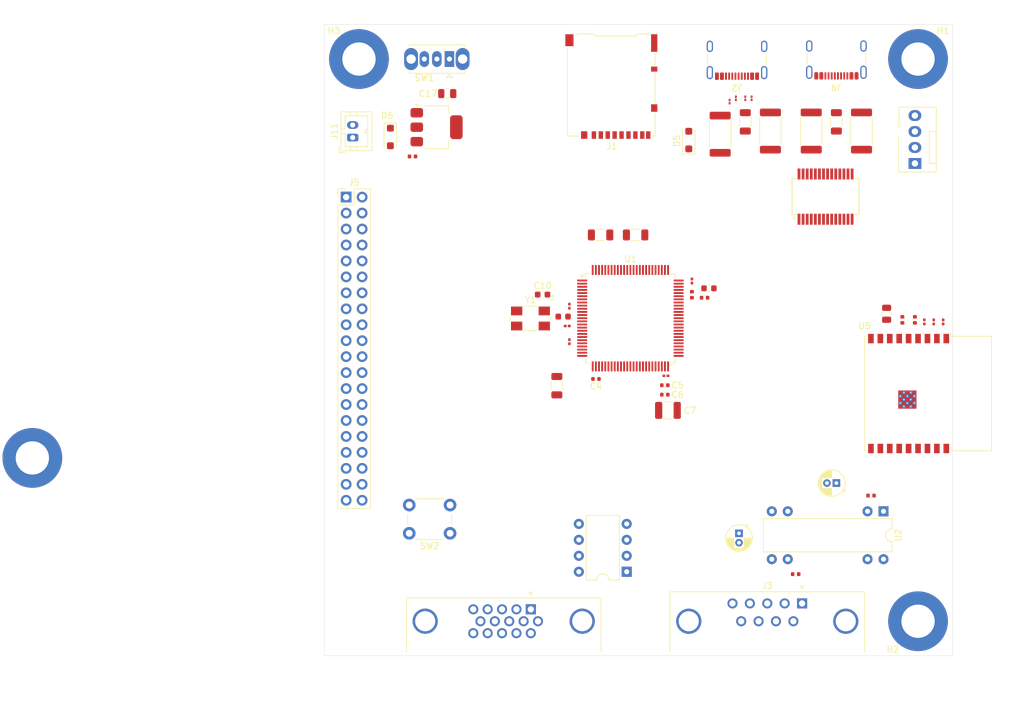
<source format=kicad_pcb>
(kicad_pcb (version 20240108) (generator "pcbnew") (generator_version "8.0")
  (layers (0 "F.Cu" signal) (1 "In1.Cu" signal) (2 "In2.Cu" signal) (31 "B.Cu" signal) (34 "B.Paste" user) (35 "F.Paste" user) (36 "B.SilkS" user "B.Silkscreen") (37 "F.SilkS" user "F.Silkscreen") (38 "B.Mask" user) (39 "F.Mask" user) (44 "Edge.Cuts" user))
  (net 0 "")
  (net 1 "GND")
  (net 2 "+3V3")
  (net 3 "Net-(C8-Pad2)")
  (net 4 "NRST")
  (net 5 "Net-(U1-PH0)")
  (net 6 "Net-(U1-PH1)")
  (net 7 "Net-(U2-C1-)")
  (net 8 "Net-(U2-C1+)")
  (net 9 "Net-(U5-VDD3P3_CPU)")
  (net 10 "V_INPUT")
  (net 11 "Net-(U3-VO)")
  (net 12 "Net-(U2-VS+)")
  (net 13 "Net-(U2-VS-)")
  (net 14 "Net-(U2-C2-)")
  (net 15 "Net-(U2-C2+)")
  (net 16 "USB_SDCARD DM")
  (net 17 "Net-(D1-A)")
  (net 18 "Net-(D2-A)")
  (net 19 "USB_SDCARD DP")
  (net 20 "Net-(D3-A)")
  (net 21 "VBUS")
  (net 22 "Net-(D6-A)")
  (net 24 "D3")
  (net 25 "D1")
  (net 26 "CMD")
  (net 27 "D2")
  (net 28 "D0")
  (net 29 "CLK")
  (net 30 "Net-(J2-CC2)")
  (net 31 "Net-(J2-CC1)")
  (net 33 "Net-(U2-T1OUT)")
  (net 37 "Net-(U2-R1IN)")
  (net 40 "SW_CLK")
  (net 41 "SWDIO")
  (net 42 "RS232_TX")
  (net 43 "CAN_TX")
  (net 44 "I2C_SDA")
  (net 45 "I2C4_SDA")
  (net 46 "UART_RX")
  (net 47 "GPIO_2")
  (net 48 "GPIO_5")
  (net 49 "GPIO_1")
  (net 51 "GPIO_8")
  (net 52 "UART_TX")
  (net 54 "MISO")
  (net 55 "GPIO_6")
  (net 56 "SPI2_MOSI")
  (net 57 "CAN_RX")
  (net 58 "SPI2_CS")
  (net 59 "I2C2_SCL")
  (net 62 "I2C3_SDA")
  (net 63 "ESP_UART_TX")
  (net 65 "GPIO_4")
  (net 66 "RS232_RX")
  (net 67 "I2C4_SCL")
  (net 68 "SPI_CS")
  (net 69 "ESP_UART_RX")
  (net 70 "SPI2_SCK")
  (net 71 "SPI_SCK")
  (net 72 "MOSI")
  (net 73 "GPIO_7")
  (net 74 "I2C_CLK")
  (net 75 "I2C2_SDA")
  (net 76 "I2C3_SCL")
  (net 77 "SPI2_MISO")
  (net 78 "GPIO_3")
  (net 81 "Net-(U4-CANH)")
  (net 83 "Net-(U4-CANL)")
  (net 85 "USB_COMM DM")
  (net 86 "USB_COMM DP")
  (net 87 "Net-(J9-CC1)")
  (net 88 "Net-(J9-CC2)")
  (net 89 "Net-(SW1-B)")
  (net 111 "USB-UART TX")
  (net 130 "USB-UART RX")
  (net 164 "Net-(Y1-Pad2)")
  (footprint "Resistor_SMD:R_2512_6332Metric" (layer "F.Cu") (at 171 66.9625 90)
    (property "Reference" "R1" (hide yes))
    (property "Value" "56k")
    (pad "1" smd roundrect (at -2.9625 0 90) (size 1.225 3.35) (layers "F.Cu" "F.Paste" "F.Mask") (roundrect_rratio 0.204082) (net 2 "+3V3"))
    (pad "2" smd roundrect (at 2.9625 0 90) (size 1.225 3.35) (layers "F.Cu" "F.Paste" "F.Mask") (roundrect_rratio 0.204082) (net 31 "Net-(J2-CC1)"))
  )
  (footprint "Capacitor_SMD:C_0402_1005Metric" (layer "F.Cu") (at 143.23 106.43 180)
    (property "Reference" "C4" (at 0 -1.16 0) (layer "F.SilkS"))
    (property "Value" "1u")
    (pad "1" smd roundrect (at -0.48 0 180) (size 0.56 0.62) (layers "F.Cu" "F.Paste" "F.Mask") (net 2 "+3V3"))
    (pad "2" smd roundrect (at 0.48 0 180) (size 0.56 0.62) (layers "F.Cu" "F.Paste" "F.Mask") (net 1 "GND"))
  )
  (footprint "Connector_USB:USB_C_Receptacle_GCT_USB4105-xx-A_16P_TopMnt_Horizontal" (layer "F.Cu") (at 181.5 54.5 180)
    (property "Reference" "J9" (at 0 -5.5 180) (layer "F.SilkS"))
    (property "Value" "USB_C_Receptacle_USB2.0_14P")
    (pad "" np_thru_hole circle (at -2.89 -2.605 180) (size 0.65 0.65) (drill 0.65) (layers "F&B.Cu" "*.Mask"))
    (pad "" np_thru_hole circle (at 2.89 -2.605 180) (size 0.65 0.65) (drill 0.65) (layers "F&B.Cu" "*.Mask"))
    (pad "A1" smd roundrect (at -3.2 -3.68 180) (size 0.6 1.15) (layers "F.Cu" "F.Paste" "F.Mask") (net 1 "GND"))
    (pad "A4" smd roundrect (at -2.4 -3.68 180) (size 0.6 1.15) (layers "F.Cu" "F.Paste" "F.Mask") (net 21 "VBUS"))
    (pad "A5" smd roundrect (at -1.25 -3.68 180) (size 0.3 1.15) (layers "F.Cu" "F.Paste" "F.Mask") (net 87 "Net-(J9-CC1)"))
    (pad "A6" smd roundrect (at -0.25 -3.68 180) (size 0.3 1.15) (layers "F.Cu" "F.Paste" "F.Mask") (net 86 "USB_COMM DP"))
    (pad "A7" smd roundrect (at 0.25 -3.68 180) (size 0.3 1.15) (layers "F.Cu" "F.Paste" "F.Mask") (net 85 "USB_COMM DM"))
    (pad "A8" smd roundrect (at 1.25 -3.68 180) (size 0.3 1.15) (layers "F.Cu" "F.Paste" "F.Mask"))
    (pad "A9" smd roundrect (at 2.4 -3.68 180) (size 0.6 1.15) (layers "F.Cu" "F.Paste" "F.Mask") (net 21 "VBUS"))
    (pad "A12" smd roundrect (at 3.2 -3.68 180) (size 0.6 1.15) (layers "F.Cu" "F.Paste" "F.Mask") (net 1 "GND"))
    (pad "B1" smd roundrect (at 3.2 -3.68 180) (size 0.6 1.15) (layers "F.Cu" "F.Paste" "F.Mask") (net 1 "GND"))
    (pad "B4" smd roundrect (at 2.4 -3.68 180) (size 0.6 1.15) (layers "F.Cu" "F.Paste" "F.Mask") (net 21 "VBUS"))
    (pad "B5" smd roundrect (at 1.75 -3.68 180) (size 0.3 1.15) (layers "F.Cu" "F.Paste" "F.Mask") (net 88 "Net-(J9-CC2)"))
    (pad "B6" smd roundrect (at 0.75 -3.68 180) (size 0.3 1.15) (layers "F.Cu" "F.Paste" "F.Mask") (net 86 "USB_COMM DP"))
    (pad "B7" smd roundrect (at -0.75 -3.68 180) (size 0.3 1.15) (layers "F.Cu" "F.Paste" "F.Mask") (net 85 "USB_COMM DM"))
    (pad "B8" smd roundrect (at -1.75 -3.68 180) (size 0.3 1.15) (layers "F.Cu" "F.Paste" "F.Mask"))
    (pad "B9" smd roundrect (at -2.4 -3.68 180) (size 0.6 1.15) (layers "F.Cu" "F.Paste" "F.Mask") (net 21 "VBUS"))
    (pad "B12" smd roundrect (at -3.2 -3.68 180) (size 0.6 1.15) (layers "F.Cu" "F.Paste" "F.Mask") (net 1 "GND"))
    (pad "S1" thru_hole oval (at -4.32 -3.105 180) (size 1 2.1) (drill oval 0.6 1.7) (layers "*.Cu" "*.Mask" "F.Paste") (net 1 "GND"))
    (pad "S1" thru_hole oval (at -4.32 1.075 180) (size 1 1.8) (drill oval 0.6 1.4) (layers "*.Cu" "*.Mask" "F.Paste") (net 1 "GND"))
    (pad "S1" thru_hole oval (at 4.32 -3.105 180) (size 1 2.1) (drill oval 0.6 1.7) (layers "*.Cu" "*.Mask" "F.Paste") (net 1 "GND"))
    (pad "S1" thru_hole oval (at 4.32 1.075 180) (size 1 1.8) (drill oval 0.6 1.4) (layers "*.Cu" "*.Mask" "F.Paste") (net 1 "GND"))
  )
  (footprint "Button_Switch_THT:SW_PUSH_6mm" (layer "F.Cu") (at 120 131 180)
    (property "Reference" "SW2" (at 3.25 -2 0) (layer "F.SilkS"))
    (property "Value" "SW_Push")
    (pad "1" thru_hole circle (at 0 0 270) (size 2 2) (drill 1.1) (layers "*.Cu" "*.Mask") (net 1 "GND"))
    (pad "1" thru_hole circle (at 6.5 0 270) (size 2 2) (drill 1.1) (layers "*.Cu" "*.Mask") (net 1 "GND"))
    (pad "2" thru_hole circle (at 0 4.5 270) (size 2 2) (drill 1.1) (layers "*.Cu" "*.Mask") (net 3 "Net-(C8-Pad2)"))
    (pad "2" thru_hole circle (at 6.5 4.5 270) (size 2 2) (drill 1.1) (layers "*.Cu" "*.Mask") (net 3 "Net-(C8-Pad2)"))
  )
  (footprint "MountingHole:MountingHole_5.3mm_M5_ISO7380_Pad_TopBottom" (layer "F.Cu") (at 105.5 55.5)
    (property "Reference" "H3" (at -4 -4.5 0) (layer "F.SilkS"))
    (property "Value" "MountingHole")
    (pad "1" thru_hole circle (at 0 0) (size 5.7 5.7) (drill 5.3) (layers "*.Cu" "*.Mask"))
    (pad "1" connect circle (at 0 0) (size 9.5 9.5) (layers "F.Cu" "F.Mask"))
    (pad "1" connect circle (at 0 0) (size 9.5 9.5) (layers "B.Cu" "B.Mask"))
  )
  (footprint "Connector_Dsub:DSUB-9_Female_Horizontal_P2.77x2.84mm_EdgePinOffset4.94mm_Housed_MountingHolesOffset4.94mm" (layer "F.Cu") (at 176.04 142.16)
    (property "Reference" "J3" (at -5.54 -2.8 0) (layer "F.SilkS"))
    (property "Value" "DE9_Plug")
    (pad "0" thru_hole circle (at -18.04 2.84) (size 4 4) (drill 3.2) (layers "*.Cu" "*.Mask"))
    (pad "0" thru_hole circle (at 6.96 2.84) (size 4 4) (drill 3.2) (layers "*.Cu" "*.Mask"))
    (pad "1" thru_hole rect (at 0 0) (size 1.6 1.6) (drill 1) (layers "*.Cu" "*.Mask"))
    (pad "2" thru_hole circle (at -2.77 0) (size 1.6 1.6) (drill 1) (layers "*.Cu" "*.Mask") (net 33 "Net-(U2-T1OUT)"))
    (pad "3" thru_hole circle (at -5.54 0) (size 1.6 1.6) (drill 1) (layers "*.Cu" "*.Mask") (net 37 "Net-(U2-R1IN)"))
    (pad "4" thru_hole circle (at -8.31 0) (size 1.6 1.6) (drill 1) (layers "*.Cu" "*.Mask"))
    (pad "5" thru_hole circle (at -11.08 0) (size 1.6 1.6) (drill 1) (layers "*.Cu" "*.Mask") (net 1 "GND"))
    (pad "6" thru_hole circle (at -1.385 2.84) (size 1.6 1.6) (drill 1) (layers "*.Cu" "*.Mask"))
    (pad "7" thru_hole circle (at -4.155 2.84) (size 1.6 1.6) (drill 1) (layers "*.Cu" "*.Mask"))
    (pad "8" thru_hole circle (at -6.925 2.84) (size 1.6 1.6) (drill 1) (layers "*.Cu" "*.Mask"))
    (pad "9" thru_hole circle (at -9.695 2.84) (size 1.6 1.6) (drill 1) (layers "*.Cu" "*.Mask"))
  )
  (footprint "Package_DIP:DIP-8_W7.62mm" (layer "F.Cu") (at 148.12 137.12 180)
    (property "Reference" "U4" (hide yes))
    (property "Value" "MCP2561-E-P")
    (pad "1" thru_hole rect (at 0 0 180) (size 1.6 1.6) (drill 0.8) (layers "*.Cu" "*.Mask") (net 57 "CAN_RX"))
    (pad "2" thru_hole oval (at 0 2.54 180) (size 1.6 1.6) (drill 0.8) (layers "*.Cu" "*.Mask") (net 1 "GND"))
    (pad "3" thru_hole oval (at 0 5.08 180) (size 1.6 1.6) (drill 0.8) (layers "*.Cu" "*.Mask") (net 2 "+3V3"))
    (pad "4" thru_hole oval (at 0 7.62 180) (size 1.6 1.6) (drill 0.8) (layers "*.Cu" "*.Mask") (net 43 "CAN_TX"))
    (pad "5" thru_hole oval (at 7.62 7.62 180) (size 1.6 1.6) (drill 0.8) (layers "*.Cu" "*.Mask"))
    (pad "6" thru_hole oval (at 7.62 5.08 180) (size 1.6 1.6) (drill 0.8) (layers "*.Cu" "*.Mask") (net 83 "Net-(U4-CANL)"))
    (pad "7" thru_hole oval (at 7.62 2.54 180) (size 1.6 1.6) (drill 0.8) (layers "*.Cu" "*.Mask") (net 81 "Net-(U4-CANH)"))
    (pad "8" thru_hole oval (at 7.62 0 180) (size 1.6 1.6) (drill 0.8) (layers "*.Cu" "*.Mask"))
  )
  (footprint "Capacitor_SMD:C_0402_1005Metric" (layer "F.Cu") (at 158.5 93.02 -90)
    (property "Reference" "C14" (hide yes))
    (property "Value" "1u")
    (pad "1" smd roundrect (at -0.48 0 270) (size 0.56 0.62) (layers "F.Cu" "F.Paste" "F.Mask") (net 2 "+3V3"))
    (pad "2" smd roundrect (at 0.48 0 270) (size 0.56 0.62) (layers "F.Cu" "F.Paste" "F.Mask") (net 1 "GND"))
  )
  (footprint "Capacitor_SMD:C_0402_1005Metric" (layer "F.Cu") (at 194 97.02 -90)
    (property "Reference" "C24" (hide yes))
    (property "Value" "1u")
    (pad "1" smd roundrect (at -0.48 0 270) (size 0.56 0.62) (layers "F.Cu" "F.Paste" "F.Mask") (net 2 "+3V3"))
    (pad "2" smd roundrect (at 0.48 0 270) (size 0.56 0.62) (layers "F.Cu" "F.Paste" "F.Mask") (net 9 "Net-(U5-VDD3P3_CPU)"))
  )
  (footprint "Button_Switch_THT:SW_Slide_SPDT_Straight_CK_OS102011MS2Q" (layer "F.Cu") (at 119.9 55.5 180)
    (property "Reference" "SW1" (at 3.99 -2.99 0) (layer "F.SilkS"))
    (property "Value" "SW_SPDT")
    (pad "" thru_hole oval (at -2.1 0 180) (size 2.2 3.5) (drill 1.5) (layers "*.Cu" "*.Mask"))
    (pad "" thru_hole oval (at 6.1 0 180) (size 2.2 3.5) (drill 1.5) (layers "*.Cu" "*.Mask"))
    (pad "1" thru_hole rect (at 0 0 180) (size 1.5 2.5) (drill 0.8) (layers "*.Cu" "*.Mask") (net 1 "GND"))
    (pad "2" thru_hole oval (at 2 0 180) (size 1.5 2.5) (drill 0.8) (layers "*.Cu" "*.Mask") (net 89 "Net-(SW1-B)"))
    (pad "3" thru_hole oval (at 4 0 180) (size 1.5 2.5) (drill 0.8) (layers "*.Cu" "*.Mask") (net 2 "+3V3"))
  )
  (footprint "Capacitor_SMD:C_0402_1005Metric" (layer "F.Cu") (at 192 97.02 -90)
    (property "Reference" "C25" (hide yes))
    (property "Value" "1u")
    (pad "1" smd roundrect (at -0.48 0 270) (size 0.56 0.62) (layers "F.Cu" "F.Paste" "F.Mask") (net 2 "+3V3"))
    (pad "2" smd roundrect (at 0.48 0 270) (size 0.56 0.62) (layers "F.Cu" "F.Paste" "F.Mask") (net 9 "Net-(U5-VDD3P3_CPU)"))
  )
  (footprint "Package_SO:SSOP-28_5.3x10.2mm_P0.65mm" (layer "F.Cu") (at 179.775 77.4 90)
    (property "Reference" "U6" (hide yes))
    (property "Value" "FT232RL")
    (pad "1" smd rect (at -3.6 -4.225 90) (size 1.75 0.45) (layers "F.Cu" "F.Paste" "F.Mask") (net 130 "USB-UART RX"))
    (pad "2" smd rect (at -3.6 -3.575 90) (size 1.75 0.45) (layers "F.Cu" "F.Paste" "F.Mask"))
    (pad "3" smd rect (at -3.6 -2.925 90) (size 1.75 0.45) (layers "F.Cu" "F.Paste" "F.Mask"))
    (pad "4" smd rect (at -3.6 -2.275 90) (size 1.75 0.45) (layers "F.Cu" "F.Paste" "F.Mask") (net 2 "+3V3"))
    (pad "5" smd rect (at -3.6 -1.625 90) (size 1.75 0.45) (layers "F.Cu" "F.Paste" "F.Mask") (net 111 "USB-UART TX"))
    (pad "6" smd rect (at -3.6 -0.975 90) (size 1.75 0.45) (layers "F.Cu" "F.Paste" "F.Mask"))
    (pad "7" smd rect (at -3.6 -0.325 90) (size 1.75 0.45) (layers "F.Cu" "F.Paste" "F.Mask") (net 1 "GND"))
    (pad "8" smd rect (at -3.6 0.325 90) (size 1.75 0.45) (layers "F.Cu" "F.Paste" "F.Mask"))
    (pad "9" smd rect (at -3.6 0.975 90) (size 1.75 0.45) (layers "F.Cu" "F.Paste" "F.Mask"))
    (pad "10" smd rect (at -3.6 1.625 90) (size 1.75 0.45) (layers "F.Cu" "F.Paste" "F.Mask"))
    (pad "11" smd rect (at -3.6 2.275 90) (size 1.75 0.45) (layers "F.Cu" "F.Paste" "F.Mask"))
    (pad "12" smd rect (at -3.6 2.925 90) (size 1.75 0.45) (layers "F.Cu" "F.Paste" "F.Mask"))
    (pad "13" smd rect (at -3.6 3.575 90) (size 1.75 0.45) (layers "F.Cu" "F.Paste" "F.Mask"))
    (pad "14" smd rect (at -3.6 4.225 90) (size 1.75 0.45) (layers "F.Cu" "F.Paste" "F.Mask"))
    (pad "15" smd rect (at 3.6 4.225 90) (size 1.75 0.45) (layers "F.Cu" "F.Paste" "F.Mask") (net 86 "USB_COMM DP"))
    (pad "16" smd rect (at 3.6 3.575 90) (size 1.75 0.45) (layers "F.Cu" "F.Paste" "F.Mask") (net 85 "USB_COMM DM"))
    (pad "17" smd rect (at 3.6 2.925 90) (size 1.75 0.45) (layers "F.Cu" "F.Paste" "F.Mask"))
    (pad "18" smd rect (at 3.6 2.275 90) (size 1.75 0.45) (layers "F.Cu" "F.Paste" "F.Mask") (net 1 "GND"))
    (pad "19" smd rect (at 3.6 1.625 90) (size 1.75 0.45) (layers "F.Cu" "F.Paste" "F.Mask"))
    (pad "20" smd rect (at 3.6 0.975 90) (size 1.75 0.45) (layers "F.Cu" "F.Paste" "F.Mask") (net 2 "+3V3"))
    (pad "21" smd rect (at 3.6 0.325 90) (size 1.75 0.45) (layers "F.Cu" "F.Paste" "F.Mask") (net 1 "GND"))
    (pad "22" smd rect (at 3.6 -0.325 90) (size 1.75 0.45) (layers "F.Cu" "F.Paste" "F.Mask"))
    (pad "23" smd rect (at 3.6 -0.975 90) (size 1.75 0.45) (layers "F.Cu" "F.Paste" "F.Mask"))
    (pad "24" smd rect (at 3.6 -1.625 90) (size 1.75 0.45) (layers "F.Cu" "F.Paste" "F.Mask"))
    (pad "25" smd rect (at 3.6 -2.275 90) (size 1.75 0.45) (layers "F.Cu" "F.Paste" "F.Mask") (net 1 "GND"))
    (pad "26" smd rect (at 3.6 -2.925 90) (size 1.75 0.45) (layers "F.Cu" "F.Paste" "F.Mask") (net 1 "GND"))
    (pad "27" smd rect (at 3.6 -3.575 90) (size 1.75 0.45) (layers "F.Cu" "F.Paste" "F.Mask"))
    (pad "28" smd rect (at 3.6 -4.225 90) (size 1.75 0.45) (layers "F.Cu" "F.Paste" "F.Mask"))
  )
  (footprint "Crystal:Crystal_SMD_0603-4Pin_6.0x3.5mm" (layer "F.Cu") (at 132.8 96.8)
    (property "Reference" "Y1" (at 0 -2.95 0) (layer "F.SilkS"))
    (property "Value" "Crystal_GND24")
    (pad "1" smd rect (at -2.2 1.2) (size 1.8 1.4) (layers "F.Cu" "F.Paste" "F.Mask") (net 5 "Net-(U1-PH0)"))
    (pad "2" smd rect (at 2.2 1.2) (size 1.8 1.4) (layers "F.Cu" "F.Paste" "F.Mask") (net 164 "Net-(Y1-Pad2)"))
    (pad "3" smd rect (at 2.2 -1.2) (size 1.8 1.4) (layers "F.Cu" "F.Paste" "F.Mask") (net 6 "Net-(U1-PH1)"))
    (pad "4" smd rect (at -2.2 -1.2) (size 1.8 1.4) (layers "F.Cu" "F.Paste" "F.Mask") (net 164 "Net-(Y1-Pad2)"))
  )
  (footprint "Diode_SMD:D_01005_0402Metric" (layer "F.Cu") (at 165.5 61.75 90)
    (property "Reference" "D1" (hide yes))
    (property "Value" "D")
    (pad "1" smd roundrect (at -0.25 0 90) (size 0.4 0.3) (layers "F.Cu" "F.Mask") (net 16 "USB_SDCARD DM"))
    (pad "2" smd roundrect (at 0.25 0 90) (size 0.4 0.3) (layers "F.Cu" "F.Mask") (net 17 "Net-(D1-A)"))
  )
  (footprint "RF_Module:ESP32-C3-WROOM-02" (layer "F.Cu") (at 193 108.75 -90)
    (property "Reference" "U5" (at -10.75 7 0) (layer "F.SilkS"))
    (property "Value" "ESP32-C3")
    (pad "1" smd rect (at -8.75 -6 270) (size 1.5 0.9) (layers "F.Cu" "F.Paste" "F.Mask"))
    (pad "2" smd rect (at -8.75 -4.5 270) (size 1.5 0.9) (layers "F.Cu" "F.Paste" "F.Mask") (net 9 "Net-(U5-VDD3P3_CPU)"))
    (pad "3" smd rect (at -8.75 -3 270) (size 1.5 0.9) (layers "F.Cu" "F.Paste" "F.Mask") (net 9 "Net-(U5-VDD3P3_CPU)"))
    (pad "4" smd rect (at -8.75 -1.5 270) (size 1.5 0.9) (layers "F.Cu" "F.Paste" "F.Mask"))
    (pad "5" smd rect (at -8.75 0 270) (size 1.5 0.9) (layers "F.Cu" "F.Paste" "F.Mask"))
    (pad "6" smd rect (at -8.75 1.5 270) (size 1.5 0.9) (layers "F.Cu" "F.Paste" "F.Mask"))
    (pad "7" smd rect (at -8.75 3 270) (size 1.5 0.9) (layers "F.Cu" "F.Paste" "F.Mask"))
    (pad "8" smd rect (at -8.75 4.5 270) (size 1.5 0.9) (layers "F.Cu" "F.Paste" "F.Mask"))
    (pad "9" smd rect (at -8.75 6 270) (size 1.5 0.9) (layers "F.Cu" "F.Paste" "F.Mask"))
    (pad "10" smd rect (at 8.75 6 270) (size 1.5 0.9) (layers "F.Cu" "F.Paste" "F.Mask"))
    (pad "11" smd rect (at 8.75 4.5 270) (size 1.5 0.9) (layers "F.Cu" "F.Paste" "F.Mask") (net 9 "Net-(U5-VDD3P3_CPU)"))
    (pad "12" smd rect (at 8.75 3 270) (size 1.5 0.9) (layers "F.Cu" "F.Paste" "F.Mask"))
    (pad "13" smd rect (at 8.75 1.5 270) (size 1.5 0.9) (layers "F.Cu" "F.Paste" "F.Mask"))
    (pad "14" smd rect (at 8.75 0 270) (size 1.5 0.9) (layers "F.Cu" "F.Paste" "F.Mask"))
    (pad "15" smd rect (at 8.75 -1.5 270) (size 1.5 0.9) (layers "F.Cu" "F.Paste" "F.Mask"))
    (pad "16" smd rect (at 8.75 -3 270) (size 1.5 0.9) (layers "F.Cu" "F.Paste" "F.Mask"))
    (pad "17" smd rect (at 8.75 -4.5 270) (size 1.5 0.9) (layers "F.Cu" "F.Paste" "F.Mask") (net 9 "Net-(U5-VDD3P3_CPU)"))
    (pad "18" smd rect (at 8.75 -6 270) (size 1.5 0.9) (layers "F.Cu" "F.Paste" "F.Mask") (net 9 "Net-(U5-VDD3P3_CPU)"))
    (pad "19" thru_hole circle (at -0.14 -0.35 270) (size 0.6 0.6) (drill 0.2) (property pad_prop_heatsink) (layers "*.Cu" "F.Mask"))
    (pad "19" thru_hole circle (at -0.14 0.75 270) (size 0.6 0.6) (drill 0.2) (property pad_prop_heatsink) (layers "*.Cu" "F.Mask"))
    (pad "19" thru_hole circle (at 0.41 -0.9 270) (size 0.6 0.6) (drill 0.2) (property pad_prop_heatsink) (layers "*.Cu" "F.Mask"))
    (pad "19" thru_hole circle (at 0.41 0.2 270) (size 0.6 0.6) (drill 0.2) (property pad_prop_heatsink) (layers "*.Cu" "F.Mask"))
    (pad "19" thru_hole circle (at 0.41 1.3 270) (size 0.6 0.6) (drill 0.2) (property pad_prop_heatsink) (layers "*.Cu" "F.Mask"))
    (pad "19" thru_hole circle (at 0.96 -0.35 270) (size 0.6 0.6) (drill 0.2) (property pad_prop_heatsink) (layers "*.Cu" "F.Mask"))
    (pad "19" smd rect (at 0.96 0.2 270) (size 2.9 2.9) (layers "F.Cu" "F.Mask"))
    (pad "19" thru_hole circle (at 0.96 0.75 270) (size 0.6 0.6) (drill 0.2) (property pad_prop_heatsink) (layers "*.Cu" "F.Mask"))
    (pad "19" thru_hole circle (at 1.51 -0.9 270) (size 0.6 0.6) (drill 0.2) (property pad_prop_heatsink) (layers "*.Cu" "F.Mask"))
    (pad "19" thru_hole circle (at 1.51 0.2 270) (size 0.6 0.6) (drill 0.2) (property pad_prop_heatsink) (layers "*.Cu" "F.Mask"))
    (pad "19" thru_hole circle (at 1.51 1.3 270) (size 0.6 0.6) (drill 0.2) (property pad_prop_heatsink) (layers "*.Cu" "F.Mask"))
    (pad "19" thru_hole circle (at 2.06 -0.35 270) (size 0.6 0.6) (drill 0.2) (property pad_prop_heatsink) (layers "*.Cu" "F.Mask"))
    (pad "19" thru_hole circle (at 2.06 0.75 270) (size 0.6 0.6) (drill 0.2) (property pad_prop_heatsink) (layers "*.Cu" "F.Mask"))
  )
  (footprint "Resistor_SMD:R_2512_6332Metric" (layer "F.Cu") (at 177.5 66.9625 90)
    (property "Reference" "R7" (hide yes))
    (property "Value" "56k")
    (pad "1" smd roundrect (at -2.9625 0 90) (size 1.225 3.35) (layers "F.Cu" "F.Paste" "F.Mask") (roundrect_rratio 0.204082) (net 2 "+3V3"))
    (pad "2" smd roundrect (at 2.9625 0 90) (size 1.225 3.35) (layers "F.Cu" "F.Paste" "F.Mask") (roundrect_rratio 0.204082) (net 88 "Net-(J9-CC2)"))
  )
  (footprint "Inductor_SMD:L_0603_1608Metric" (layer "F.Cu") (at 161.2125 92)
    (property "Reference" "FB1" (hide yes))
    (property "Value" "FerriteBead")
    (pad "1" smd roundrect (at -0.7875 0) (size 0.875 0.95) (layers "F.Cu" "F.Paste" "F.Mask") (net 2 "+3V3"))
    (pad "2" smd roundrect (at 0.7875 0) (size 0.875 0.95) (layers "F.Cu" "F.Paste" "F.Mask") (net 2 "+3V3"))
  )
  (footprint "Package_QFP:LQFP-100_14x14mm_P0.5mm" (layer "F.Cu") (at 148.71 96.755)
    (property "Reference" "U1" (at 0 -9.42 0) (layer "F.SilkS"))
    (property "Value" "STM32H743VITx")
    (pad "1" smd roundrect (at -7.675 -6) (size 1.6 0.3) (layers "F.Cu" "F.Paste" "F.Mask") (net 70 "SPI2_SCK"))
    (pad "2" smd roundrect (at -7.675 -5.5) (size 1.6 0.3) (layers "F.Cu" "F.Paste" "F.Mask") (net 58 "SPI2_CS"))
    (pad "3" smd roundrect (at -7.675 -5) (size 1.6 0.3) (layers "F.Cu" "F.Paste" "F.Mask"))
    (pad "4" smd roundrect (at -7.675 -4.5) (size 1.6 0.3) (layers "F.Cu" "F.Paste" "F.Mask") (net 77 "SPI2_MISO"))
    (pad "5" smd roundrect (at -7.675 -4) (size 1.6 0.3) (layers "F.Cu" "F.Paste" "F.Mask") (net 56 "SPI2_MOSI"))
    (pad "6" smd roundrect (at -7.675 -3.5) (size 1.6 0.3) (layers "F.Cu" "F.Paste" "F.Mask") (net 2 "+3V3"))
    (pad "7" smd roundrect (at -7.675 -3) (size 1.6 0.3) (layers "F.Cu" "F.Paste" "F.Mask"))
    (pad "8" smd roundrect (at -7.675 -2.5) (size 1.6 0.3) (layers "F.Cu" "F.Paste" "F.Mask"))
    (pad "9" smd roundrect (at -7.675 -2) (size 1.6 0.3) (layers "F.Cu" "F.Paste" "F.Mask"))
    (pad "10" smd roundrect (at -7.675 -1.5) (size 1.6 0.3) (layers "F.Cu" "F.Paste" "F.Mask") (net 1 "GND"))
    (pad "11" smd roundrect (at -7.675 -1) (size 1.6 0.3) (layers "F.Cu" "F.Paste" "F.Mask") (net 2 "+3V3"))
    (pad "12" smd roundrect (at -7.675 -0.5) (size 1.6 0.3) (layers "F.Cu" "F.Paste" "F.Mask") (net 5 "Net-(U1-PH0)"))
    (pad "13" smd roundrect (at -7.675 0) (size 1.6 0.3) (layers "F.Cu" "F.Paste" "F.Mask") (net 6 "Net-(U1-PH1)"))
    (pad "14" smd roundrect (at -7.675 0.5) (size 1.6 0.3) (layers "F.Cu" "F.Paste" "F.Mask") (net 4 "NRST"))
    (pad "15" smd roundrect (at -7.675 1) (size 1.6 0.3) (layers "F.Cu" "F.Paste" "F.Mask"))
    (pad "16" smd roundrect (at -7.675 1.5) (size 1.6 0.3) (layers "F.Cu" "F.Paste" "F.Mask") (net 29 "CLK"))
    (pad "17" smd roundrect (at -7.675 2) (size 1.6 0.3) (layers "F.Cu" "F.Paste" "F.Mask"))
    (pad "18" smd roundrect (at -7.675 2.5) (size 1.6 0.3) (layers "F.Cu" "F.Paste" "F.Mask"))
    (pad "19" smd roundrect (at -7.675 3) (size 1.6 0.3) (layers "F.Cu" "F.Paste" "F.Mask") (net 1 "GND"))
    (pad "20" smd roundrect (at -7.675 3.5) (size 1.6 0.3) (layers "F.Cu" "F.Paste" "F.Mask"))
    (pad "21" smd roundrect (at -7.675 4) (size 1.6 0.3) (layers "F.Cu" "F.Paste" "F.Mask") (net 2 "+3V3"))
    (pad "22" smd roundrect (at -7.675 4.5) (size 1.6 0.3) (layers "F.Cu" "F.Paste" "F.Mask") (net 26 "CMD"))
    (pad "23" smd roundrect (at -7.675 5) (size 1.6 0.3) (layers "F.Cu" "F.Paste" "F.Mask"))
    (pad "24" smd roundrect (at -7.675 5.5) (size 1.6 0.3) (layers "F.Cu" "F.Paste" "F.Mask") (net 52 "UART_TX"))
    (pad "25" smd roundrect (at -7.675 6) (size 1.6 0.3) (layers "F.Cu" "F.Paste" "F.Mask") (net 46 "UART_RX"))
    (pad "26" smd roundrect (at -6 7.675) (size 0.3 1.6) (layers "F.Cu" "F.Paste" "F.Mask") (net 1 "GND"))
    (pad "27" smd roundrect (at -5.5 7.675) (size 0.3 1.6) (layers "F.Cu" "F.Paste" "F.Mask") (net 2 "+3V3"))
    (pad "28" smd roundrect (at -5 7.675) (size 0.3 1.6) (layers "F.Cu" "F.Paste" "F.Mask") (net 68 "SPI_CS"))
    (pad "29" smd roundrect (at -4.5 7.675) (size 0.3 1.6) (layers "F.Cu" "F.Paste" "F.Mask") (net 71 "SPI_SCK"))
    (pad "30" smd roundrect (at -4 7.675) (size 0.3 1.6) (layers "F.Cu" "F.Paste" "F.Mask") (net 54 "MISO"))
    (pad "31" smd roundrect (at -3.5 7.675) (size 0.3 1.6) (layers "F.Cu" "F.Paste" "F.Mask") (net 72 "MOSI"))
    (pad "32" smd roundrect (at -3 7.675) (size 0.3 1.6) (layers "F.Cu" "F.Paste" "F.Mask"))
    (pad "33" smd roundrect (at -2.5 7.675) (size 0.3 1.6) (layers "F.Cu" "F.Paste" "F.Mask"))
    (pad "34" smd roundrect (at -2 7.675) (size 0.3 1.6) (layers "F.Cu" "F.Paste" "F.Mask"))
    (pad "35" smd roundrect (at -1.5 7.675) (size 0.3 1.6) (layers "F.Cu" "F.Paste" "F.Mask"))
    (pad "36" smd roundrect (at -1 7.675) (size 0.3 1.6) (layers "F.Cu" "F.Paste" "F.Mask"))
    (pad "37" smd roundrect (at -0.5 7.675) (size 0.3 1.6) (layers "F.Cu" "F.Paste" "F.Mask") (net 69 "ESP_UART_RX"))
    (pad "38" smd roundrect (at 0 7.675) (size 0.3 1.6) (layers "F.Cu" "F.Paste" "F.Mask") (net 63 "ESP_UART_TX"))
    (pad "39" smd roundrect (at 0.5 7.675) (size 0.3 1.6) (layers "F.Cu" "F.Paste" "F.Mask"))
    (pad "40" smd roundrect (at 1 7.675) (size 0.3 1.6) (layers "F.Cu" "F.Paste" "F.Mask") (net 49 "GPIO_1"))
    (pad "41" smd roundrect (at 1.5 7.675) (size 0.3 1.6) (layers "F.Cu" "F.Paste" "F.Mask") (net 47 "GPIO_2"))
    (pad "42" smd roundrect (at 2 7.675) (size 0.3 1.6) (layers "F.Cu" "F.Paste" "F.Mask") (net 78 "GPIO_3"))
    (pad "43" smd roundrect (at 2.5 7.675) (size 0.3 1.6) (layers "F.Cu" "F.Paste" "F.Mask") (net 65 "GPIO_4"))
    (pad "44" smd roundrect (at 3 7.675) (size 0.3 1.6) (layers "F.Cu" "F.Paste" "F.Mask") (net 48 "GPIO_5"))
    (pad "45" smd roundrect (at 3.5 7.675) (size 0.3 1.6) (layers "F.Cu" "F.Paste" "F.Mask") (net 55 "GPIO_6"))
    (pad "46" smd roundrect (at 4 7.675) (size 0.3 1.6) (layers "F.Cu" "F.Paste" "F.Mask") (net 59 "I2C2_SCL"))
    (pad "47" smd roundrect (at 4.5 7.675) (size 0.3 1.6) (layers "F.Cu" "F.Paste" "F.Mask") (net 75 "I2C2_SDA"))
    (pad "48" smd roundrect (at 5 7.675) (size 0.3 1.6) (layers "F.Cu" "F.Paste" "F.Mask"))
    (pad "49" smd roundrect (at 5.5 7.675) (size 0.3 1.6) (layers "F.Cu" "F.Paste" "F.Mask") (net 1 "GND"))
    (pad "50" smd roundrect (at 6 7.675) (size 0.3 1.6) (layers "F.Cu" "F.Paste" "F.Mask") (net 2 "+3V3"))
    (pad "51" smd roundrect (at 7.675 6) (size 1.6 0.3) (layers "F.Cu" "F.Paste" "F.Mask") (net 57 "CAN_RX"))
    (pad "52" smd roundrect (at 7.675 5.5) (size 1.6 0.3) (layers "F.Cu" "F.Paste" "F.Mask") (net 43 "CAN_TX"))
    (pad "53" smd roundrect (at 7.675 5) (size 1.6 0.3) (layers "F.Cu" "F.Paste" "F.Mask") (net 28 "D0"))
    (pad "54" smd roundrect (at 7.675 4.5) (size 1.6 0.3) (layers "F.Cu" "F.Paste" "F.Mask") (net 25 "D1"))
    (pad "55" smd roundrect (at 7.675 4) (size 1.6 0.3) (layers "F.Cu" "F.Paste" "F.Mask"))
    (pad "56" smd roundrect (at 7.675 3.5) (size 1.6 0.3) (layers "F.Cu" "F.Paste" "F.Mask"))
    (pad "57" smd roundrect (at 7.675 3) (size 1.6 0.3) (layers "F.Cu" "F.Paste" "F.Mask"))
    (pad "58" smd roundrect (at 7.675 2.5) (size 1.6 0.3) (layers "F.Cu" "F.Paste" "F.Mask"))
    (pad "59" smd roundrect (at 7.675 2) (size 1.6 0.3) (layers "F.Cu" "F.Paste" "F.Mask") (net 67 "I2C4_SCL"))
    (pad "60" smd roundrect (at 7.675 1.5) (size 1.6 0.3) (layers "F.Cu" "F.Paste" "F.Mask") (net 45 "I2C4_SDA"))
    (pad "61" smd roundrect (at 7.675 1) (size 1.6 0.3) (layers "F.Cu" "F.Paste" "F.Mask"))
    (pad "62" smd roundrect (at 7.675 0.5) (size 1.6 0.3) (layers "F.Cu" "F.Paste" "F.Mask"))
    (pad "63" smd roundrect (at 7.675 0) (size 1.6 0.3) (layers "F.Cu" "F.Paste" "F.Mask"))
    (pad "64" smd roundrect (at 7.675 -0.5) (size 1.6 0.3) (layers "F.Cu" "F.Paste" "F.Mask"))
    (pad "65" smd roundrect (at 7.675 -1) (size 1.6 0.3) (layers "F.Cu" "F.Paste" "F.Mask"))
    (pad "66" smd roundrect (at 7.675 -1.5) (size 1.6 0.3) (layers "F.Cu" "F.Paste" "F.Mask") (net 62 "I2C3_SDA"))
    (pad "67" smd roundrect (at 7.675 -2) (size 1.6 0.3) (layers "F.Cu" "F.Paste" "F.Mask") (net 76 "I2C3_SCL"))
    (pad "68" smd roundrect (at 7.675 -2.5) (size 1.6 0.3) (layers "F.Cu" "F.Paste" "F.Mask"))
    (pad "69" smd roundrect (at 7.675 -3) (size 1.6 0.3) (layers "F.Cu" "F.Paste" "F.Mask"))
    (pad "70" smd roundrect (at 7.675 -3.5) (size 1.6 0.3) (layers "F.Cu" "F.Paste" "F.Mask") (net 16 "USB_SDCARD DM"))
    (pad "71" smd roundrect (at 7.675 -4) (size 1.6 0.3) (layers "F.Cu" "F.Paste" "F.Mask") (net 19 "USB_SDCARD DP"))
    (pad "72" smd roundrect (at 7.675 -4.5) (size 1.6 0.3) (layers "F.Cu" "F.Paste" "F.Mask") (net 41 "SWDIO"))
    (pad "73" smd roundrect (at 7.675 -5) (size 1.6 0.3) (layers "F.Cu" "F.Paste" "F.Mask"))
    (pad "74" smd roundrect (at 7.675 -5.5) (size 1.6 0.3) (layers "F.Cu" "F.Paste" "F.Mask") (net 1 "GND"))
    (pad "75" smd roundrect (at 7.675 -6) (size 1.6 0.3) (layers "F.Cu" "F.Paste" "F.Mask") (net 2 "+3V3"))
    (pad "76" smd roundrect (at 6 -7.675) (size 0.3 1.6) (layers "F.Cu" "F.Paste" "F.Mask") (net 40 "SW_CLK"))
    (pad "77" smd roundrect (at 5.5 -7.675) (size 0.3 1.6) (layers "F.Cu" "F.Paste" "F.Mask"))
    (pad "78" smd roundrect (at 5 -7.675) (size 0.3 1.6) (layers "F.Cu" "F.Paste" "F.Mask"))
    (pad "79" smd roundrect (at 4.5 -7.675) (size 0.3 1.6) (layers "F.Cu" "F.Paste" "F.Mask"))
    (pad "80" smd roundrect (at 4 -7.675) (size 0.3 1.6) (layers "F.Cu" "F.Paste" "F.Mask") (net 42 "RS232_TX"))
    (pad "81" smd roundrect (at 3.5 -7.675) (size 0.3 1.6) (layers "F.Cu" "F.Paste" "F.Mask") (net 73 "GPIO_7"))
    (pad "82" smd roundrect (at 3 -7.675) (size 0.3 1.6) (layers "F.Cu" "F.Paste" "F.Mask") (net 51 "GPIO_8"))
    (pad "83" smd roundrect (at 2.5 -7.675) (size 0.3 1.6) (layers "F.Cu" "F.Paste" "F.Mask") (net 66 "RS232_RX"))
    (pad "84" smd roundrect (at 2 -7.675) (size 0.3 1.6) (layers "F.Cu" "F.Paste" "F.Mask"))
    (pad "85" smd roundrect (at 1.5 -7.675) (size 0.3 1.6) (layers "F.Cu" "F.Paste" "F.Mask"))
    (pad "86" smd roundrect (at 1 -7.675) (size 0.3 1.6) (layers "F.Cu" "F.Paste" "F.Mask"))
    (pad "87" smd roundrect (at 0.5 -7.675) (size 0.3 1.6) (layers "F.Cu" "F.Paste" "F.Mask"))
    (pad "88" smd roundrect (at 0 -7.675) (size 0.3 1.6) (layers "F.Cu" "F.Paste" "F.Mask"))
    (pad "89" smd roundrect (at -0.5 -7.675) (size 0.3 1.6) (layers "F.Cu" "F.Paste" "F.Mask") (net 27 "D2"))
    (pad "90" smd roundrect (at -1 -7.675) (size 0.3 1.6) (layers "F.Cu" "F.Paste" "F.Mask") (net 24 "D3"))
    (pad "91" smd roundrect (at -1.5 -7.675) (size 0.3 1.6) (layers "F.Cu" "F.Paste" "F.Mask"))
    (pad "92" smd roundrect (at -2 -7.675) (size 0.3 1.6) (layers "F.Cu" "F.Paste" "F.Mask") (net 74 "I2C_CLK"))
    (pad "93" smd roundrect (at -2.5 -7.675) (size 0.3 1.6) (layers "F.Cu" "F.Paste" "F.Mask") (net 44 "I2C_SDA"))
    (pad "94" smd roundrect (at -3 -7.675) (size 0.3 1.6) (layers "F.Cu" "F.Paste" "F.Mask") (net 89 "Net-(SW1-B)"))
    (pad "95" smd roundrect (at -3.5 -7.675) (size 0.3 1.6) (layers "F.Cu" "F.Paste" "F.Mask"))
    (pad "96" smd roundrect (at -4 -7.675) (size 0.3 1.6) (layers "F.Cu" "F.Paste" "F.Mask"))
    (pad "97" smd roundrect (at -4.5 -7.675) (size 0.3 1.6) (layers "F.Cu" "F.Paste" "F.Mask") (net 130 "USB-UART RX"))
    (pad "98" smd roundrect (at -5 -7.675) (size 0.3 1.6) (layers "F.Cu" "F.Paste" "F.Mask") (net 111 "USB-UART TX"))
    (pad "99" smd roundrect (at -5.5 -7.675) (size 0.3 1.6) (layers "F.Cu" "F.Paste" "F.Mask") (net 1 "GND"))
    (pad "100" smd roundrect (at -6 -7.675) (size 0.3 1.6) (layers "F.Cu" "F.Paste" "F.Mask") (net 2 "+3V3"))
  )
  (footprint "Capacitor_SMD:C_0402_1005Metric" (layer "F.Cu") (at 114.02 71)
    (property "Reference" "C16" (hide yes))
    (property "Value" "22u")
    (pad "1" smd roundrect (at -0.48 0) (size 0.56 0.62) (layers "F.Cu" "F.Paste" "F.Mask") (net 10 "V_INPUT"))
    (pad "2" smd roundrect (at 0.48 0) (size 0.56 0.62) (layers "F.Cu" "F.Paste" "F.Mask") (net 1 "GND"))
  )
  (footprint "Capacitor_SMD:C_0201_0603Metric" (layer "F.Cu") (at 154.365 105.93 180)
    (property "Reference" "C3" (hide yes))
    (property "Value" "100n" (hide yes))
    (pad "1" smd roundrect (at -0.32 0 180) (size 0.46 0.4) (layers "F.Cu" "F.Mask") (net 2 "+3V3"))
    (pad "2" smd roundrect (at 0.32 0 180) (size 0.46 0.4) (layers "F.Cu" "F.Mask") (net 1 "GND"))
  )
  (footprint "Capacitor_SMD:C_0201_0603Metric" (layer "F.Cu") (at 195.5 97.345 -90)
    (property "Reference" "C23" (hide yes))
    (property "Value" "100n")
    (pad "1" smd roundrect (at -0.32 0 270) (size 0.46 0.4) (layers "F.Cu" "F.Mask") (net 2 "+3V3"))
    (pad "2" smd roundrect (at 0.32 0 270) (size 0.46 0.4) (layers "F.Cu" "F.Mask") (net 9 "Net-(U5-VDD3P3_CPU)"))
  )
  (footprint "Capacitor_THT:CP_Radial_D4.0mm_P1.50mm" (layer "F.Cu") (at 166 131 -90)
    (property "Reference" "C20" (hide yes))
    (property "Value" "C_Polarized_Small")
    (pad "1" thru_hole rect (at 0 0 270) (size 1.2 1.2) (drill 0.6) (layers "*.Cu" "*.Mask") (net 15 "Net-(U2-C2+)"))
    (pad "2" thru_hole circle (at 1.5 0 270) (size 1.2 1.2) (drill 0.6) (layers "*.Cu" "*.Mask") (net 14 "Net-(U2-C2-)"))
  )
  (footprint "Resistor_SMD:R_2512_6332Metric" (layer "F.Cu") (at 185.5 66.9625 90)
    (property "Reference" "R6" (hide yes))
    (property "Value" "56k")
    (pad "1" smd roundrect (at -2.9625 0 90) (size 1.225 3.35) (layers "F.Cu" "F.Paste" "F.Mask") (roundrect_rratio 0.204082) (net 2 "+3V3"))
    (pad "2" smd roundrect (at 2.9625 0 90) (size 1.225 3.35) (layers "F.Cu" "F.Paste" "F.Mask") (roundrect_rratio 0.204082) (net 87 "Net-(J9-CC1)"))
  )
  (footprint "Diode_SMD:D_01005_0402Metric" (layer "F.Cu") (at 164.5 62.275 90)
    (property "Reference" "D4" (hide yes))
    (property "Value" "D")
    (pad "1" smd roundrect (at -0.25 0 90) (size 0.4 0.3) (layers "F.Cu" "F.Mask") (net 19 "USB_SDCARD DP"))
    (pad "2" smd roundrect (at 0.25 0 90) (size 0.4 0.3) (layers "F.Cu" "F.Mask") (net 20 "Net-(D3-A)"))
  )
  (footprint "MountingHole:MountingHole_5.3mm_M5_ISO7380_Pad_TopBottom" (layer "F.Cu") (at 53.5 119)
    (property "Reference" "H4" (at 1.5 0 0) (layer "F.SilkS"))
    (property "Value" "MountingHole")
    (pad "1" thru_hole circle (at 0 0) (size 5.7 5.7) (drill 5.3) (layers "*.Cu" "*.Mask"))
    (pad "1" connect circle (at 0 0) (size 9.5 9.5) (layers "F.Cu" "F.Mask"))
    (pad "1" connect circle (at 0 0) (size 9.5 9.5) (layers "B.Cu" "B.Mask"))
  )
  (footprint "Capacitor_THT:CP_Radial_D4.0mm_P1.50mm" (layer "F.Cu") (at 181.5 123 180)
    (property "Reference" "C11" (hide yes))
    (property "Value" "C_Polarized_Small")
    (pad "1" thru_hole rect (at 0 0 180) (size 1.2 1.2) (drill 0.6) (layers "*.Cu" "*.Mask") (net 8 "Net-(U2-C1+)"))
    (pad "2" thru_hole circle (at 1.5 0 180) (size 1.2 1.2) (drill 0.6) (layers "*.Cu" "*.Mask") (net 7 "Net-(U2-C1-)"))
  )
  (footprint "Capacitor_SMD:C_0805_2012Metric" (layer "F.Cu") (at 119.55 61)
    (property "Reference" "C17" (at -3.05 0 0) (layer "F.SilkS"))
    (property "Value" "10u")
    (pad "1" smd roundrect (at -0.95 0) (size 1 1.45) (layers "F.Cu" "F.Paste" "F.Mask") (net 11 "Net-(U3-VO)"))
    (pad "2" smd roundrect (at 0.95 0) (size 1 1.45) (layers "F.Cu" "F.Paste" "F.Mask") (net 1 "GND"))
  )
  (footprint "Capacitor_SMD:C_0402_1005Metric" (layer "F.Cu") (at 154.19 107.43 180)
    (property "Reference" "C5" (at -2.02 0 0) (layer "F.SilkS"))
    (property "Value" "1u")
    (pad "1" smd roundrect (at -0.48 0 180) (size 0.56 0.62) (layers "F.Cu" "F.Paste" "F.Mask") (net 2 "+3V3"))
    (pad "2" smd roundrect (at 0.48 0 180) (size 0.56 0.62) (layers "F.Cu" "F.Paste" "F.Mask") (net 1 "GND"))
  )
  (footprint "Capacitor_SMD:C_0201_0603Metric" (layer "F.Cu") (at 138.655 98 180)
    (property "Reference" "C8" (hide yes))
    (property "Value" "100n")
    (pad "1" smd roundrect (at -0.32 0 180) (size 0.46 0.4) (layers "F.Cu" "F.Mask") (net 4 "NRST"))
    (pad "2" smd roundrect (at 0.32 0 180) (size 0.46 0.4) (layers "F.Cu" "F.Mask") (net 3 "Net-(C8-Pad2)"))
  )
  (footprint "Capacitor_SMD:C_0603_1608Metric" (layer "F.Cu") (at 134.725 93)
    (property "Reference" "C10" (at 0 -1.43 0) (layer "F.SilkS"))
    (property "Value" "27p")
    (pad "1" smd roundrect (at -0.775 0) (size 0.9 0.95) (layers "F.Cu" "F.Paste" "F.Mask") (net 6 "Net-(U1-PH1)"))
    (pad "2" smd roundrect (at 0.775 0) (size 0.9 0.95) (layers "F.Cu" "F.Paste" "F.Mask") (net 1 "GND"))
  )
  (footprint "Capacitor_SMD:C_0402_1005Metric" (layer "F.Cu") (at 160.52 93.5)
    (property "Reference" "C15" (hide yes))
    (property "Value" "1u")
    (pad "1" smd roundrect (at -0.48 0) (size 0.56 0.62) (layers "F.Cu" "F.Paste" "F.Mask") (net 2 "+3V3"))
    (pad "2" smd roundrect (at 0.48 0) (size 0.56 0.62) (layers "F.Cu" "F.Paste" "F.Mask") (net 1 "GND"))
  )
  (footprint "Connector_PinHeader_2.54mm:PinHeader_2x20_P2.54mm_Vertical" (layer "F.Cu") (at 103.46 77.48)
    (property "Reference" "J5" (at 1.27 -2.33 0) (layer "F.SilkS"))
    (property "Value" "Conn_02x20_Top_Bottom")
    (pad "1" thru_hole rect (at 0 0) (size 1.7 1.7) (drill 1) (layers "*.Cu" "*.Mask") (net 69 "ESP_UART_RX"))
    (pad "2" thru_hole oval (at 2.54 0) (size 1.7 1.7) (drill 1) (layers "*.Cu" "*.Mask") (net 63 "ESP_UART_TX"))
    (pad "3" thru_hole oval (at 0 2.54) (size 1.7 1.7) (drill 1) (layers "*.Cu" "*.Mask") (net 66 "RS232_RX"))
    (pad "4" thru_hole oval (at 2.54 2.54) (size 1.7 1.7) (drill 1) (layers "*.Cu" "*.Mask") (net 42 "RS232_TX"))
    (pad "5" thru_hole oval (at 0 5.08) (size 1.7 1.7) (drill 1) (layers "*.Cu" "*.Mask") (net 46 "UART_RX"))
    (pad "6" thru_hole oval (at 2.54 5.08) (size 1.7 1.7) (drill 1) (layers "*.Cu" "*.Mask") (net 52 "UART_TX"))
    (pad "7" thru_hole oval (at 0 7.62) (size 1.7 1.7) (drill 1) (layers "*.Cu" "*.Mask") (net 75 "I2C2_SDA"))
    (pad "8" thru_hole oval (at 2.54 7.62) (size 1.7 1.7) (drill 1) (layers "*.Cu" "*.Mask") (net 59 "I2C2_SCL"))
    (pad "9" thru_hole oval (at 0 10.16) (size 1.7 1.7) (drill 1) (layers "*.Cu" "*.Mask") (net 2 "+3V3"))
    (pad "10" thru_hole oval (at 2.54 10.16) (size 1.7 1.7) (drill 1) (layers "*.Cu" "*.Mask") (net 1 "GND"))
    (pad "11" thru_hole oval (at 0 12.7) (size 1.7 1.7) (drill 1) (layers "*.Cu" "*.Mask") (net 74 "I2C_CLK"))
    (pad "12" thru_hole oval (at 2.54 12.7) (size 1.7 1.7) (drill 1) (layers "*.Cu" "*.Mask") (net 44 "I2C_SDA"))
    (pad "13" thru_hole oval (at 0 15.24) (size 1.7 1.7) (drill 1) (layers "*.Cu" "*.Mask") (net 76 "I2C3_SCL"))
    (pad "14" thru_hole oval (at 2.54 15.24) (size 1.7 1.7) (drill 1) (layers "*.Cu" "*.Mask") (net 62 "I2C3_SDA"))
    (pad "15" thru_hole oval (at 0 17.78) (size 1.7 1.7) (drill 1) (layers "*.Cu" "*.Mask") (net 67 "I2C4_SCL"))
    (pad "16" thru_hole oval (at 2.54 17.78) (size 1.7 1.7) (drill 1) (layers "*.Cu" "*.Mask") (net 45 "I2C4_SDA"))
    (pad "17" thru_hole oval (at 0 20.32) (size 1.7 1.7) (drill 1) (layers "*.Cu" "*.Mask") (net 57 "CAN_RX"))
    (pad "18" thru_hole oval (at 2.54 20.32) (size 1.7 1.7) (drill 1) (layers "*.Cu" "*.Mask") (net 43 "CAN_TX"))
    (pad "19" thru_hole oval (at 0 22.86) (size 1.7 1.7) (drill 1) (layers "*.Cu" "*.Mask") (net 70 "SPI2_SCK"))
    (pad "20" thru_hole oval (at 2.54 22.86) (size 1.7 1.7) (drill 1) (layers "*.Cu" "*.Mask") (net 58 "SPI2_CS"))
    (pad "21" thru_hole oval (at 0 25.4) (size 1.7 1.7) (drill 1) (layers "*.Cu" "*.Mask") (net 77 "SPI2_MISO"))
    (pad "22" thru_hole oval (at 2.54 25.4) (size 1.7 1.7) (drill 1) (layers "*.Cu" "*.Mask") (net 56 "SPI2_MOSI"))
    (pad "23" thru_hole oval (at 0 27.94) (size 1.7 1.7) (drill 1) (layers "*.Cu" "*.Mask") (net 71 "SPI_SCK"))
    (pad "24" thru_hole oval (at 2.54 27.94) (size 1.7 1.7) (drill 1) (layers "*.Cu" "*.Mask") (net 68 "SPI_CS"))
    (pad "25" thru_hole oval (at 0 30.48) (size 1.7 1.7) (drill 1) (layers "*.Cu" "*.Mask") (net 54 "MISO"))
    (pad "26" thru_hole oval (at 2.54 30.48) (size 1.7 1.7) (drill 1) (layers "*.Cu" "*.Mask") (net 72 "MOSI"))
    (pad "27" thru_hole oval (at 0 33.02) (size 1.7 1.7) (drill 1) (layers "*.Cu" "*.Mask") (net 49 "GPIO_1"))
    (pad "28" thru_hole oval (at 2.54 33.02) (size 1.7 1.7) (drill 1) (layers "*.Cu" "*.Mask") (net 47 "GPIO_2"))
    (pad "29" thru_hole oval (at 0 35.56) (size 1.7 1.7) (drill 1) (layers "*.Cu" "*.Mask") (net 78 "GPIO_3"))
    (pad "30" thru_hole oval (at 2.54 35.56) (size 1.7 1.7) (drill 1) (layers "*.Cu" "*.Mask") (net 65 "GPIO_4"))
    (pad "31" thru_hole oval (at 0 38.1) (size 1.7 1.7) (drill 1) (layers "*.Cu" "*.Mask") (net 48 "GPIO_5"))
    (pad "32" thru_hole oval (at 2.54 38.1) (size 1.7 1.7) (drill 1) (layers "*.Cu" "*.Mask") (net 55 "GPIO_6"))
    (pad "33" thru_hole oval (at 0 40.64) (size 1.7 1.7) (drill 1) (layers "*.Cu" "*.Mask") (net 73 "GPIO_7"))
    (pad "34" thru_hole oval (at 2.54 40.64) (size 1.7 1.7) (drill 1) (layers "*.Cu" "*.Mask") (net 51 "GPIO_8"))
    (pad "35" thru_hole oval (at 0 43.18) (size 1.7 1.7) (drill 1) (layers "*.Cu" "*.Mask"))
    (pad "36" thru_hole oval (at 2.54 43.18) (size 1.7 1.7) (drill 1) (layers "*.Cu" "*.Mask"))
    (pad "37" thru_hole oval (at 0 45.72) (size 1.7 1.7) (drill 1) (layers "*.Cu" "*.Mask"))
    (pad "38" thru_hole oval (at 2.54 45.72) (size 1.7 1.7) (drill 1) (layers "*.Cu" "*.Mask"))
    (pad "39" thru_hole oval (at 0 48.26) (size 1.7 1.7) (drill 1) (layers "*.Cu" "*.Mask"))
    (pad "40" thru_hole oval (at 2.54 48.26) (size 1.7 1.7) (drill 1) (layers "*.Cu" "*.Mask"))
  )
  (footprint "Package_DIP:DIP-8-16_W7.62mm" (layer "F.Cu") (at 189 127.5 -90)
    (property "Reference" "U2" (at 3.81 -2.33 90) (layer "F.SilkS"))
    (property "Value" "MAX232")
    (pad "1" thru_hole rect (at 0 0 270) (size 1.6 1.6) (drill 0.8) (layers "*.Cu" "*.Mask") (net 8 "Net-(U2-C1+)"))
    (pad "2" thru_hole circle (at 0 2.54 270) (size 1.6 1.6) (drill 0.8) (layers "*.Cu" "*.Mask") (net 12 "Net-(U2-VS+)"))
    (pad "3" thru_hole circle (at 0 15.24 270) (size 1.6 1.6) (drill 0.8) (layers "*.Cu" "*.Mask") (net 7 "Net-(U2-C1-)"))
    (pad "4" thru_hole circle (at 0 17.78 270) (size 1.6 1.6) (drill 0.8) (layers "*.Cu" "*.Mask") (net 15 "Net-(U2-C2+)"))
    (pad "5" thru_hole circle (at 7.62 17.78 270) (size 1.6 1.6) (drill 0.8) (layers "*.Cu" "*.Mask") (net 14 "Net-(U2-C2-)"))
    (pad "6" thru_hole circle (at 7.62 15.24 270) (size 1.6 1.6) (drill 0.8) (layers "*.Cu" "*.Mask") (net 13 "Net-(U2-VS-)"))
    (pad "7" thru_hole circle (at 7.62 2.54 270) (size 1.6 1.6) (drill 0.8) (layers "*.Cu" "*.Mask"))
    (pad "8" thru_hole circle (at 7.62 0 270) (size 1.6 1.6) (drill 0.8) (layers "*.Cu" "*.Mask"))
  )
  (footprint "Package_TO_SOT_SMD:SOT-223-3_TabPin2" (layer "F.Cu") (at 117.85 66.35)
    (property "Reference" "U3" (hide yes))
    (property "Value" "AMS1117")
    (pad "1" smd roundrect (at -3.15 -2.3) (size 2 1.5) (layers "F.Cu" "F.Paste" "F.Mask") (net 1 "GND"))
    (pad "2" smd roundrect (at -3.15 0) (size 2 1.5) (layers "F.Cu" "F.Paste" "F.Mask") (net 11 "Net-(U3-VO)"))
    (pad "2" smd roundrect (at 3.15 0) (size 2 3.8) (layers "F.Cu" "F.Paste" "F.Mask") (net 11 "Net-(U3-VO)"))
    (pad "3" smd roundrect (at -3.15 2.3) (size 2 1.5) (layers "F.Cu" "F.Paste" "F.Mask") (net 10 "V_INPUT"))
  )
  (footprint "MountingHole:MountingHole_5.3mm_M5_ISO7380_Pad_TopBottom" (layer "F.Cu") (at 194.5 145)
    (property "Reference" "H2" (at -4 4.5 0) (layer "F.SilkS"))
    (property "Value" "MountingHole")
    (pad "1" thru_hole circle (at 0 0) (size 5.7 5.7) (drill 5.3) (layers "*.Cu" "*.Mask"))
    (pad "1" connect circle (at 0 0) (size 9.5 9.5) (layers "F.Cu" "F.Mask"))
    (pad "1" connect circle (at 0 0) (size 9.5 9.5) (layers "B.Cu" "B.Mask"))
  )
  (footprint "Capacitor_SMD:C_0402_1005Metric" (layer "F.Cu") (at 175.02 137.5)
    (property "Reference" "C19" (hide yes))
    (property "Value" "1u")
    (pad "1" smd roundrect (at -0.48 0) (size 0.56 0.62) (layers "F.Cu" "F.Paste" "F.Mask") (net 13 "Net-(U2-VS-)"))
    (pad "2" smd roundrect (at 0.48 0) (size 0.56 0.62) (layers "F.Cu" "F.Paste" "F.Mask") (net 1 "GND"))
  )
  (footprint "Connector_Card:microSD_HC_Hirose_DM3AT-SF-PEJM5" (layer "F.Cu") (at 145.675 59.875 180)
    (property "Reference" "J1" (at -0.075 -9.525 0) (layer "F.SilkS"))
    (property "Value" "Micro_SD_Card")
    (pad "1" smd rect (at 2.775 -7.725 180) (size 0.7 1.2) (layers "F.Cu" "F.Paste" "F.Mask") (net 27 "D2"))
    (pad "2" smd rect (at 1.675 -7.725 180) (size 0.7 1.2) (layers "F.Cu" "F.Paste" "F.Mask") (net 24 "D3"))
    (pad "3" smd rect (at 0.575 -7.725 180) (size 0.7 1.2) (layers "F.Cu" "F.Paste" "F.Mask") (net 26 "CMD"))
    (pad "4" smd rect (at -0.525 -7.725 180) (size 0.7 1.2) (layers "F.Cu" "F.Paste" "F.Mask") (net 2 "+3V3"))
    (pad "5" smd rect (at -1.625 -7.725 180) (size 0.7 1.2) (layers "F.Cu" "F.Paste" "F.Mask") (net 29 "CLK"))
    (pad "6" smd rect (at -2.725 -7.725 180) (size 0.7 1.2) (layers "F.Cu" "F.Paste" "F.Mask") (net 1 "GND"))
    (pad "7" smd rect (at -3.825 -7.725 180) (size 0.7 1.2) (layers "F.Cu" "F.Paste" "F.Mask") (net 28 "D0"))
    (pad "8" smd rect (at -4.925 -7.725 180) (size 0.7 1.2) (layers "F.Cu" "F.Paste" "F.Mask") (net 25 "D1"))
    (pad "9" smd rect (at -5.875 -7.725 180) (size 0.7 1.2) (layers "F.Cu" "F.Paste" "F.Mask"))
    (pad "10" smd rect (at -6.825 2.775 180) (size 1 0.8) (layers "F.Cu" "F.Paste" "F.Mask"))
    (pad "11" smd rect (at -6.825 -3.425 180) (size 1 1.2) (layers "F.Cu" "F.Paste" "F.Mask"))
    (pad "11" smd rect (at -6.825 6.925 180) (size 1 2.8) (layers "F.Cu" "F.Paste" "F.Mask"))
    (pad "11" smd rect (at 4.325 -7.725 180) (size 1 1.2) (layers "F.Cu" "F.Paste" "F.Mask"))
    (pad "11" smd rect (at 6.675 7.375 180) (size 1.3 1.9) (layers "F.Cu" "F.Paste" "F.Mask"))
  )
  (footprint "Connector:FanPinHeader_1x04_P2.54mm_Vertical" (layer "F.Cu") (at 194 72.12 90)
    (property "Reference" "J4" (hide yes))
    (property "Value" "Conn_01x04_Socket")
    (pad "" np_thru_hole circle (at 5.08 -2.16 180) (size 1.1 1.1) (drill 1.1) (layers "*.Cu" "*.Mask"))
    (pad "1" thru_hole rect (at 0 0 180) (size 2.03 1.73) (drill 1.02) (layers "*.Cu" "*.Mask") (net 2 "+3V3"))
    (pad "2" thru_hole oval (at 2.54 0 180) (size 2.03 1.73) (drill 1.02) (layers "*.Cu" "*.Mask") (net 41 "SWDIO"))
    (pad "3" thru_hole oval (at 5.08 0 180) (size 2.03 1.73) (drill 1.02) (layers "*.Cu" "*.Mask") (net 40 "SW_CLK"))
    (pad "4" thru_hole oval (at 7.62 0 180) (size 2.03 1.73) (drill 1.02) (layers "*.Cu" "*.Mask") (net 1 "GND"))
  )
  (footprint "Diode_SMD:D_SOD-123F" (layer "F.Cu") (at 158 68.4 90)
    (property "Reference" "D5" (at -0.127 -1.905 90) (layer "F.SilkS"))
    (property "Value" "MBR1020VL")
    (pad "1" smd roundrect (at -1.4 0 90) (size 1.1 1.1) (layers "F.Cu" "F.Paste" "F.Mask") (roundrect_rratio 0.2272727273) (net 10 "V_INPUT"))
    (pad "2" smd roundrect (at 1.4 0 90) (size 1.1 1.1) (layers "F.Cu" "F.Paste" "F.Mask") (roundrect_rratio 0.2272727273) (net 21 "VBUS"))
  )
  (footprint "Resistor_SMD:R_1206_3216Metric" (layer "F.Cu") (at 181.5 65.5 -90)
    (property "Reference" "R8" (hide yes))
    (property "Value" "1k5")
    (pad "1" smd roundrect (at -1.4625 0 270) (size 1.125 1.75) (layers "F.Cu" "F.Paste" "F.Mask") (roundrect_rratio 0.222222) (net 86 "USB_COMM DP"))
    (pad "2" smd roundrect (at 1.4625 0 270) (size 1.125 1.75) (layers "F.Cu" "F.Paste" "F.Mask") (roundrect_rratio 0.222222) (net 2 "+3V3"))
  )
  (footprint "Capacitor_SMD:C_0402_1005Metric" (layer "F.Cu") (at 187.02 125)
    (property "Reference" "C18" (hide yes))
    (property "Value" "1u")
    (pad "1" smd roundrect (at -0.48 0) (size 0.56 0.62) (layers "F.Cu" "F.Paste" "F.Mask") (net 12 "Net-(U2-VS+)"))
    (pad "2" smd roundrect (at 0.48 0) (size 0.56 0.62) (layers "F.Cu" "F.Paste" "F.Mask") (net 2 "+3V3"))
  )
  (footprint "Diode_SMD:D_01005_0402Metric" (layer "F.Cu") (at 168 61.75 90)
    (property "Reference" "D2" (hide yes))
    (property "Value" "D")
    (pad "1" smd roundrect (at -0.25 0 90) (size 0.4 0.3) (layers "F.Cu" "F.Mask") (net 16 "USB_SDCARD DM"))
    (pad "2" smd roundrect (at 0.25 0 90) (size 0.4 0.3) (layers "F.Cu" "F.Mask") (net 18 "Net-(D2-A)"))
  )
  (footprint "Resistor_SMD:R_1206_3216Metric" (layer "F.Cu") (at 149.5375 83.5)
    (property "Reference" "R10" (hide yes))
    (property "Value" "1k5")
    (pad "1" smd roundrect (at -1.4625 0) (size 1.125 1.75) (layers "F.Cu" "F.Paste" "F.Mask") (roundrect_rratio 0.222222) (net 44 "I2C_SDA"))
    (pad "2" smd roundrect (at 1.4625 0) (size 1.125 1.75) (layers "F.Cu" "F.Paste" "F.Mask") (roundrect_rratio 0.222222) (net 2 "+3V3"))
  )
  (footprint "Connector_TE-Connectivity:TE_440054-2_1x02_P2.00mm_Vertical" (layer "F.Cu") (at 104.5 68 90)
    (property "Reference" "J11" (at 1 -2.9 90) (layer "F.SilkS"))
    (property "Value" "Conn_01x02_Socket")
    (pad "1" thru_hole roundrect (at 0 0 90) (size 1.2 1.8) (drill 0.8) (layers "*.Cu" "*.Mask") (net 22 "Net-(D6-A)"))
    (pad "2" thru_hole oval (at 2 0 90) (size 1.2 1.8) (drill 0.8) (layers "*.Cu" "*.Mask") (net 1 "GND"))
  )
  (footprint "Connector_USB:USB_C_Receptacle_GCT_USB4105-xx-A_16P_TopMnt_Horizontal" (layer "F.Cu") (at 165.68 54.55 180)
    (property "Reference" "J2" (at 0 -5.5 180) (layer "F.SilkS"))
    (property "Value" "USB_C_Receptacle_USB2.0_14P")
    (pad "" np_thru_hole circle (at -2.89 -2.605 180) (size 0.65 0.65) (drill 0.65) (layers "F&B.Cu" "*.Mask"))
    (pad "" np_thru_hole circle (at 2.89 -2.605 180) (size 0.65 0.65) (drill 0.65) (layers "F&B.Cu" "*.Mask"))
    (pad "A1" smd roundrect (at -3.2 -3.68 180) (size 0.6 1.15) (layers "F.Cu" "F.Paste" "F.Mask") (net 1 "GND"))
    (pad "A4" smd roundrect (at -2.4 -3.68 180) (size 0.6 1.15) (layers "F.Cu" "F.Paste" "F.Mask") (net 21 "VBUS"))
    (pad "A5" smd roundrect (at -1.25 -3.68 180) (size 0.3 1.15) (layers "F.Cu" "F.Paste" "F.Mask") (net 31 "Net-(J2-CC1)"))
    (pad "A6" smd roundrect (at -0.25 -3.68 180) (size 0.3 1.15) (layers "F.Cu" "F.Paste" "F.Mask") (net 20 "Net-(D3-A)"))
    (pad "A7" smd roundrect (at 0.25 -3.68 180) (size 0.3 1.15) (layers "F.Cu" "F.Paste" "F.Mask") (net 17 "Net-(D1-A)"))
    (pad "A8" smd roundrect (at 1.25 -3.68 180) (size 0.3 1.15) (layers "F.Cu" "F.Paste" "F.Mask"))
    (pad "A9" smd roundrect (at 2.4 -3.68 180) (size 0.6 1.15) (layers "F.Cu" "F.Paste" "F.Mask") (net 21 "VBUS"))
    (pad "A12" smd roundrect (at 3.2 -3.68 180) (size 0.6 1.15) (layers "F.Cu" "F.Paste" "F.Mask") (net 1 "GND"))
    (pad "B1" smd roundrect (at 3.2 -3.68 180) (size 0.6 1.15) (layers "F.Cu" "F.Paste" "F.Mask") (net 1 "GND"))
    (pad "B4" smd roundrect (at 2.4 -3.68 180) (size 0.6 1.15) (layers "F.Cu" "F.Paste" "F.Mask") (net 21 "VBUS"))
    (pad "B5" smd roundrect (at 1.75 -3.68 180) (size 0.3 1.15) (layers "F.Cu" "F.Paste" "F.Mask") (net 30 "Net-(J2-CC2)"))
    (pad "B6" smd roundrect (at 0.75 -3.68 180) (size 0.3 1.15) (layers "F.Cu" "F.Paste" "F.Mask") (net 20 "Net-(D3-A)"))
    (pad "B7" smd roundrect (at -0.75 -3.68 180) (size 0.3 1.15) (layers "F.Cu" "F.Paste" "F.Mask") (net 18 "Net-(D2-A)"))
    (pad "B8" smd roundrect (at -1.75 -3.68 180) (size 0.3 1.15) (layers "F.Cu" "F.Paste" "F.Mask"))
    (pad "B9" smd roundrect (at -2.4 -3.68 180) (size 0.6 1.15) (layers "F.Cu" "F.Paste" "F.Mask") (net 21 "VBUS"))
    (pad "B12" smd roundrect (at -3.2 -3.68 180) (size 0.6 1.15) (layers "F.Cu" "F.Paste" "F.Mask") (net 1 "GND"))
    (pad "S1" thru_hole oval (at -4.32 -3.105 180) (size 1 2.1) (drill oval 0.6 1.7) (layers "*.Cu" "*.Mask" "F.Paste") (net 1 "GND"))
    (pad "S1" thru_hole oval (at -4.32 1.075 180) (size 1 1.8) (drill oval 0.6 1.4) (layers "*.Cu" "*.Mask" "F.Paste") (net 1 "GND"))
    (pad "S1" thru_hole oval (at 4.32 -3.105 180) (size 1 2.1) (drill oval 0.6 1.7) (layers "*.Cu" "*.Mask" "F.Paste") (net 1 "GND"))
    (pad "S1" thru_hole oval (at 4.32 1.075 180) (size 1 1.8) (drill oval 0.6 1.4) (layers "*.Cu" "*.Mask" "F.Paste") (net 1 "GND"))
  )
  (footprint "Capacitor_SMD:C_0201_0603Metric" (layer "F.Cu") (at 197 97.345 -90)
    (property "Reference" "C22" (hide yes))
    (property "Value" "100n")
    (pad "1" smd roundrect (at -0.32 0 270) (size 0.46 0.4) (layers "F.Cu" "F.Mask") (net 2 "+3V3"))
    (pad "2" smd roundrect (at 0.32 0 270) (size 0.46 0.4) (layers "F.Cu" "F.Mask") (net 9 "Net-(U5-VDD3P3_CPU)"))
  )
  (footprint "MountingHole:MountingHole_5.3mm_M5_ISO7380_Pad_TopBottom" (layer "F.Cu") (at 194.5 55.5)
    (property "Reference" "H1" (at 4 -4.5 0) (layer "F.SilkS"))
    (property "Value" "MountingHole")
    (pad "1" thru_hole circle (at 0 0) (size 5.7 5.7) (drill 5.3) (layers "*.Cu" "*.Mask"))
    (pad "1" connect circle (at 0 0) (size 9.5 9.5) (layers "F.Cu" "F.Mask"))
    (pad "1" connect circle (at 0 0) (size 9.5 9.5) (layers "B.Cu" "B.Mask"))
  )
  (footprint "Capacitor_SMD:C_0201_0603Metric" (layer "F.Cu") (at 139 94.845 90)
    (property "Reference" "C1" (hide yes))
    (property "Value" "100n" (hide yes))
    (pad "1" smd roundrect (at -0.32 0 90) (size 0.46 0.4) (layers "F.Cu" "F.Mask") (net 2 "+3V3"))
    (pad "2" smd roundrect (at 0.32 0 90) (size 0.46 0.4) (layers "F.Cu" "F.Mask") (net 1 "GND"))
  )
  (footprint "Resistor_SMD:R_1206_3216Metric" (layer "F.Cu") (at 167 65.5 -90)
    (property "Reference" "R3" (hide yes))
    (property "Value" "1k5")
    (pad "1" smd roundrect (at -1.4625 0 270) (size 1.125 1.75) (layers "F.Cu" "F.Paste" "F.Mask") (roundrect_rratio 0.222222) (net 20 "Net-(D3-A)"))
    (pad "2" smd roundrect (at 1.4625 0 270) (size 1.125 1.75) (layers "F.Cu" "F.Paste" "F.Mask") (roundrect_rratio 0.222222) (net 2 "+3V3"))
  )
  (footprint "Capacitor_SMD:C_1210_3225Metric" (layer "F.Cu") (at 154.685 111.43 180)
    (property "Reference" "C7" (at -3.525 0 0) (layer "F.SilkS"))
    (property "Value" "4.7u")
    (pad "1" smd roundrect (at -1.475 0 180) (size 1.15 2.7) (layers "F.Cu" "F.Paste" "F.Mask") (roundrect_rratio 0.217391) (net 2 "+3V3"))
    (pad "2" smd roundrect (at 1.475 0 180) (size 1.15 2.7) (layers "F.Cu" "F.Paste" "F.Mask") (roundrect_rratio 0.217391) (net 1 "GND"))
  )
  (footprint "Capacitor_SMD:C_0201_0603Metric" (layer "F.Cu") (at 139 100.5 90)
    (property "Reference" "C2" (hide yes))
    (property "Value" "100n" (hide yes))
    (pad "1" smd roundrect (at -0.32 0 90) (size 0.46 0.4) (layers "F.Cu" "F.Mask") (net 2 "+3V3"))
    (pad "2" smd roundrect (at 0.32 0 90) (size 0.46 0.4) (layers "F.Cu" "F.Mask") (net 1 "GND"))
  )
  (footprint "Capacitor_SMD:C_0201_0603Metric" (layer "F.Cu") (at 158.5 90.845 90)
    (property "Reference" "C13" (hide yes))
    (property "Value" "100n")
    (pad "1" smd roundrect (at -0.32 0 90) (size 0.46 0.4) (layers "F.Cu" "F.Mask") (net 2 "+3V3"))
    (pad "2" smd roundrect (at 0.32 0 90) (size 0.46 0.4) (layers "F.Cu" "F.Mask") (net 1 "GND"))
  )
  (footprint "Capacitor_SMD:C_0201_0603Metric" (layer "F.Cu") (at 198.5 97.345 -90)
    (property "Reference" "C21" (hide yes))
    (property "Value" "100n")
    (pad "1" smd roundrect (at -0.32 0 270) (size 0.46 0.4) (layers "F.Cu" "F.Mask") (net 2 "+3V3"))
    (pad "2" smd roundrect (at 0.32 0 270) (size 0.46 0.4) (layers "F.Cu" "F.Mask") (net 9 "Net-(U5-VDD3P3_CPU)"))
  )
  (footprint "Resistor_SMD:R_2512_6332Metric" (layer "F.Cu") (at 163 67.4625 90)
    (property "Reference" "R2" (hide yes))
    (property "Value" "56k")
    (pad "1" smd roundrect (at -2.9625 0 90) (size 1.225 3.35) (layers "F.Cu" "F.Paste" "F.Mask") (roundrect_rratio 0.204082) (net 2 "+3V3"))
    (pad "2" smd roundrect (at 2.9625 0 90) (size 1.225 3.35) (layers "F.Cu" "F.Paste" "F.Mask") (roundrect_rratio 0.204082) (net 30 "Net-(J2-CC2)"))
  )
  (footprint "Capacitor_SMD:C_0805_2012Metric" (layer "F.Cu") (at 189.5 96.05 -90)
    (property "Reference" "C12" (hide yes))
    (property "Value" "10u")
    (pad "1" smd roundrect (at -0.95 0 270) (size 1 1.45) (layers "F.Cu" "F.Paste" "F.Mask") (net 2 "+3V3"))
    (pad "2" smd roundrect (at 0.95 0 270) (size 1 1.45) (layers "F.Cu" "F.Paste" "F.Mask") (net 9 "Net-(U5-VDD3P3_CPU)"))
  )
  (footprint "Diode_SMD:D_SOD-123F" (layer "F.Cu") (at 110.5 67.9 -90)
    (property "Reference" "D6" (at -3.4 0.5 180) (layer "F.SilkS"))
    (property "Value" "MBR1020VL")
    (pad "1" smd roundrect (at -1.4 0 270) (size 1.1 1.1) (layers "F.Cu" "F.Paste" "F.Mask") (roundrect_rratio 0.2272727273) (net 10 "V_INPUT"))
    (pad "2" smd roundrect (at 1.4 0 270) (size 1.1 1.1) (layers "F.Cu" "F.Paste" "F.Mask") (roundrect_rratio 0.2272727273) (net 22 "Net-(D6-A)"))
  )
  (footprint "Resistor_SMD:R_1206_3216Metric" (layer "F.Cu") (at 137 107.5 90)
    (property "Reference" "R9" (hide yes))
    (property "Value" "10k")
    (pad "1" smd roundrect (at -1.4625 0 90) (size 1.125 1.75) (layers "F.Cu" "F.Paste" "F.Mask") (roundrect_rratio 0.222222) (net 2 "+3V3"))
    (pad "2" smd roundrect (at 1.4625 0 90) (size 1.125 1.75) (layers "F.Cu" "F.Paste" "F.Mask") (roundrect_rratio 0.222222) (net 4 "NRST"))
  )
  (footprint "Capacitor_SMD:C_0402_1005Metric" (layer "F.Cu") (at 154.19 108.93 180)
    (property "Reference" "C6" (at -2.02 0 0) (layer "F.SilkS"))
    (property "Value" "1u")
    (pad "1" smd roundrect (at -0.48 0 180) (size 0.56 0.62) (layers "F.Cu" "F.Paste" "F.Mask") (net 2 "+3V3"))
    (pad "2" smd roundrect (at 0.48 0 180) (size 0.56 0.62) (layers "F.Cu" "F.Paste" "F.Mask") (net 1 "GND"))
  )
  (footprint "Diode_SMD:D_01005_0402Metric" (layer "F.Cu") (at 167 61.75 90)
    (property "Reference" "D3" (hide yes))
    (property "Value" "D")
    (pad "1" smd roundrect (at -0.25 0 90) (size 0.4 0.3) (layers "F.Cu" "F.Mask") (net 19 "USB_SDCARD DP"))
    (pad "2" smd roundrect (at 0.25 0 90) (size 0.4 0.3) (layers "F.Cu" "F.Mask") (net 20 "Net-(D3-A)"))
  )
  (footprint "Resistor_SMD:R_1206_3216Metric" (layer "F.Cu") (at 143.9625 83.5 180)
    (property "Reference" "R11" (hide yes))
    (property "Value" "1k5")
    (pad "1" smd roundrect (at -1.4625 0 180) (size 1.125 1.75) (layers "F.Cu" "F.Paste" "F.Mask") (roundrect_rratio 0.222222) (net 74 "I2C_CLK"))
    (pad "2" smd roundrect (at 1.4625 0 180) (size 1.125 1.75) (layers "F.Cu" "F.Paste" "F.Mask") (roundrect_rratio 0.222222) (net 2 "+3V3"))
  )
  (footprint "Capacitor_SMD:C_0603_1608Metric" (layer "F.Cu") (at 138 96.5 180)
    (property "Reference" "C9" (at 1.725 3 90) (layer "F.SilkS") (effects (font (size 0.5 0.5) (thickness 0.1) (bold yes))))
    (property "Value" "27p")
    (pad "1" smd roundrect (at -0.775 0 180) (size 0.9 0.95) (layers "F.Cu" "F.Paste" "F.Mask") (net 5 "Net-(U1-PH0)"))
    (pad "2" smd roundrect (at 0.775 0 180) (size 0.9 0.95) (layers "F.Cu" "F.Paste" "F.Mask") (net 1 "GND"))
  )
  (footprint "Connector_Dsub:DSUB-15-HD_Female_Horizontal_P2.29x1.90mm_EdgePinOffset3.03mm_Housed_MountingHolesOffset4.94mm" (layer "F.Cu") (at 132.855 143.1)
    (property "Reference" "J8" (hide yes))
    (property "Value" "DE15_Plug_HighDensity")
    (pad "0" thru_hole circle (at -16.815 1.89) (size 4 4) (drill 3.2) (layers "*.Cu" "*.Mask"))
    (pad "0" thru_hole circle (at 8.185 1.89) (size 4 4) (drill 3.2) (layers "*.Cu" "*.Mask"))
    (pad "1" thru_hole rect (at 0 0) (size 1.6 1.6) (drill 1) (layers "*.Cu" "*.Mask") (net 74 "I2C_CLK"))
    (pad "2" thru_hole circle (at -2.29 0) (size 1.6 1.6) (drill 1) (layers "*.Cu" "*.Mask") (net 44 "I2C_SDA"))
    (pad "3" thru_hole circle (at -4.58 0) (size 1.6 1.6) (drill 1) (layers "*.Cu" "*.Mask") (net 72 "MOSI"))
    (pad "4" thru_hole circle (at -6.87 0) (size 1.6 1.6) (drill 1) (layers "*.Cu" "*.Mask") (net 54 "MISO"))
    (pad "5" thru_hole circle (at -9.16 0) (size 1.6 1.6) (drill 1) (layers "*.Cu" "*.Mask") (net 71 "SPI_SCK"))
    (pad "6" thru_hole circle (at 1.145 1.9) (size 1.6 1.6) (drill 1) (layers "*.Cu" "*.Mask") (net 68 "SPI_CS"))
    (pad "7" thru_hole circle (at -1.145 1.9) (size 1.6 1.6) (drill 1) (layers "*.Cu" "*.Mask") (net 1 "GND"))
    (pad "8" thru_hole circle (at -3.435 1.9) (size 1.6 1.6) (drill 1) (layers "*.Cu" "*.Mask"))
    (pad "9" thru_hole circle (at -5.725 1.9) (size 1.6 1.6) (drill 1) (layers "*.Cu" "*.Mask"))
    (pad "10" thru_hole circle (at -8.015 1.9) (size 1.6 1.6) (drill 1) (layers "*.Cu" "*.Mask"))
    (pad "11" thru_hole circle (at 0 3.8) (size 1.6 1.6) (drill 1) (layers "*.Cu" "*.Mask") (net 52 "UART_TX"))
    (pad "12" thru_hole circle (at -2.29 3.8) (size 1.6 1.6) (drill 1) (layers "*.Cu" "*.Mask") (net 46 "UART_RX"))
    (pad "13" thru_hole circle (at -4.58 3.8) (size 1.6 1.6) (drill 1) (layers "*.Cu" "*.Mask") (net 2 "+3V3"))
    (pad "14" thru_hole circle (at -6.87 3.8) (size 1.6 1.6) (drill 1) (layers "*.Cu" "*.Mask") (net 81 "Net-(U4-CANH)"))
    (pad "15" thru_hole circle (at -9.16 3.8) (size 1.6 1.6) (drill 1) (layers "*.Cu" "*.Mask") (net 83 "Net-(U4-CANL)"))
  )
  (gr_line (start 200 150.5) (end 100 150.5) (stroke (width 0.05)) (layer "Edge.Cuts"))
  (gr_line (start 200 50) (end 200 150.5) (stroke (width 0.05)) (layer "Edge.Cuts"))
  (gr_line (start 100 50) (end 200 50) (stroke (width 0.05)) (layer "Edge.Cuts"))
  (gr_line (start 100 150.5) (end 100 50) (stroke (width 0.05)) (layer "Edge.Cuts"))
)
</source>
